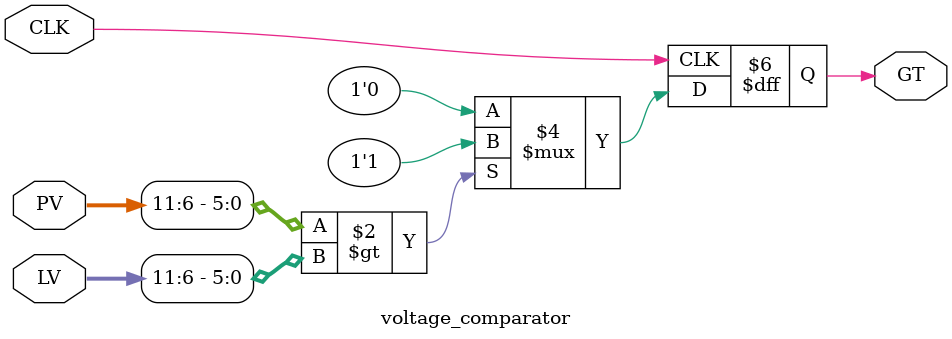
<source format=v>

module voltage_comparator(
   input wire CLK,
   input wire [11:0] PV, // pending value (ADC)
   input wire [11:0] LV, // last value (register)
   output reg GT // greater flag
);

always @(posedge CLK) begin
   if(PV[11:6] > LV[11:6]) begin // [9:4] last bits are not relevant in the comparison
      GT <= 1'b1;
   end
   else begin
      GT <= 1'b0;
   end
end


endmodule

</source>
